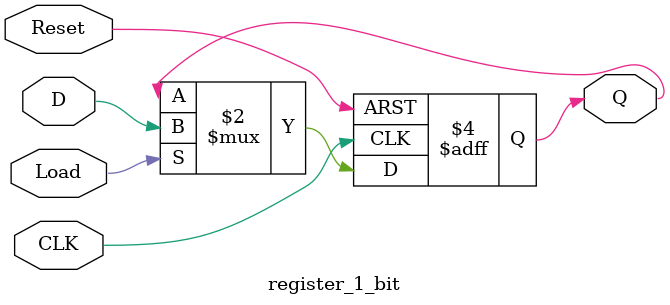
<source format=sv>
module register_1_bit(
	input logic CLK, Reset, Load, D,
	output logic Q
);

	always @ (posedge CLK or posedge Reset)
	begin
		Q <= Q;
		
		if(Reset)
			Q <= 1'b0;
		else if(Load)
			Q <= D;
	end

endmodule
</source>
